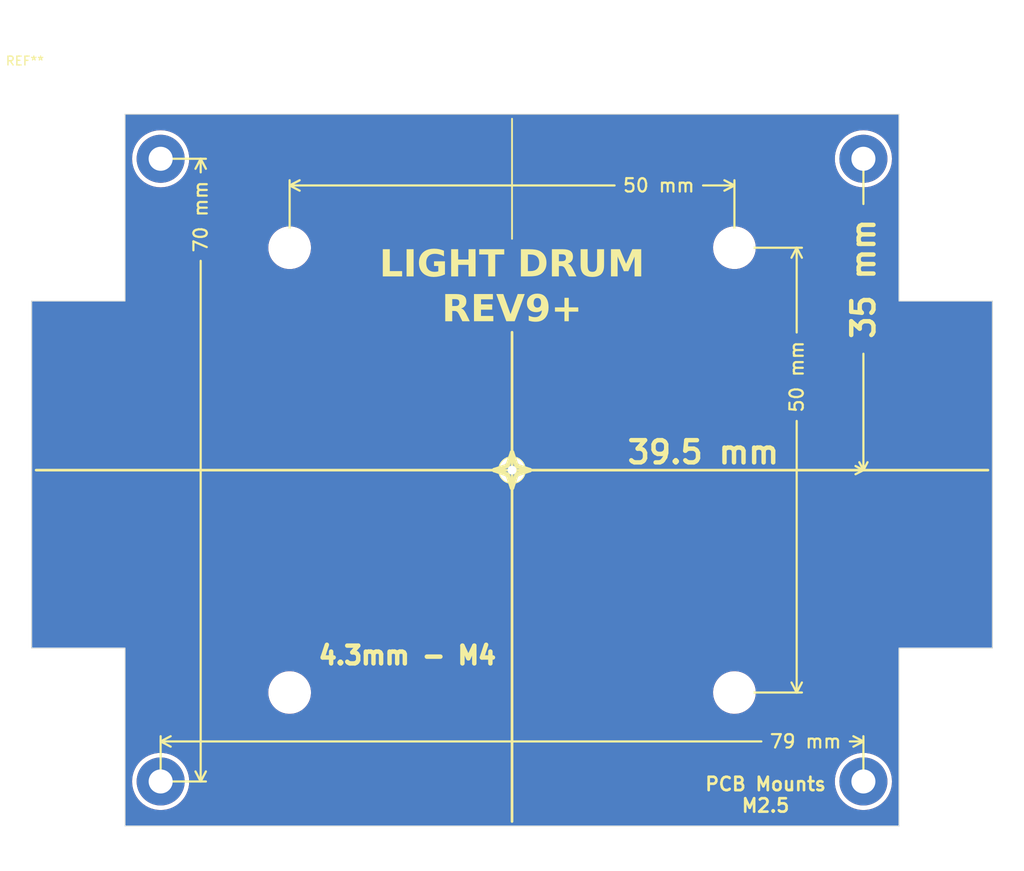
<source format=kicad_pcb>
(kicad_pcb (version 20221018) (generator pcbnew)
  (layers (0 "F.Cu" signal) (31 "B.Cu" signal) (34 "B.Paste" user) (35 "F.Paste" user) (36 "B.SilkS" user "B.Silkscreen") (37 "F.SilkS" user "F.Silkscreen") (38 "B.Mask" user) (39 "F.Mask" user) (44 "Edge.Cuts" user))
  (net 0 "")
  (footprint "TestPoint:TestPoint_Loop_D1.80mm_Drill1.0mm_Beaded" (layer "F.Cu") (at 70 60)
    (fp_text reference "REF**" hide)
    (fp_text value "TestPoint_Loop_D1.80mm_Drill1.0mm_Beaded" hide)
    (fp_circle (center 0 0) (end 1.5 0) (stroke (width 0.12)) (fill none) (layer "F.SilkS"))
    (pad "1" thru_hole circle (at 0 0) (size 2 2) (drill 1) (layers "*.Cu" "*.Mask"))
  )
  (footprint "MountingHole:MountingHole_4.3mm_M4" (layer "F.Cu") (at 95 85)
    (fp_text reference "REF**" hide)
    (fp_text value "MountingHole_4.3mm_M4" hide)
    (pad "" np_thru_hole circle (at 0 0) (size 4.3 4.3) (drill 4.3) (layers "*.Cu" "*.Mask"))
  )
  (footprint "MountingHole:MountingHole_2.7mm_M2.5_Pad" (layer "F.Cu") (at 30.5 25)
    (fp_text reference "REF**" hide)
    (fp_text value "MountingHole_2.7mm_M2.5_Pad")
    (pad "1" thru_hole circle (at 0 0) (size 5.4 5.4) (drill 2.7) (layers "*.Cu" "*.Mask"))
  )
  (footprint "MountingHole:MountingHole_2.7mm_M2.5_Pad" (layer "F.Cu") (at 109.5 25)
    (fp_text reference "REF**" hide)
    (fp_text value "MountingHole_2.7mm_M2.5_Pad")
    (pad "1" thru_hole circle (at 0 0) (size 5.4 5.4) (drill 2.7) (layers "*.Cu" "*.Mask"))
  )
  (footprint "MountingHole:MountingHole_2.7mm_M2.5_Pad" (layer "F.Cu") (at 30.5 95)
    (fp_text reference "REF**" hide)
    (fp_text value "MountingHole_2.7mm_M2.5_Pad")
    (pad "1" thru_hole circle (at 0 0) (size 5.4 5.4) (drill 2.7) (layers "*.Cu" "*.Mask"))
  )
  (footprint "MountingHole:MountingHole_4.3mm_M4" (layer "F.Cu") (at 45 35)
    (fp_text reference "REF**" hide)
    (fp_text value "MountingHole_4.3mm_M4" hide)
    (pad "" np_thru_hole circle (at 0 0) (size 4.3 4.3) (drill 4.3) (layers "*.Cu" "*.Mask"))
  )
  (footprint "MountingHole:MountingHole_4.3mm_M4" (layer "F.Cu") (at 45 85)
    (fp_text reference "REF**" hide)
    (fp_text value "MountingHole_4.3mm_M4" hide)
    (pad "" np_thru_hole circle (at 0 0) (size 4.3 4.3) (drill 4.3) (layers "*.Cu" "*.Mask"))
  )
  (footprint "MountingHole:MountingHole_4.3mm_M4" (layer "F.Cu") (at 95 35)
    (fp_text reference "REF**" hide)
    (fp_text value "MountingHole_4.3mm_M4" hide)
    (pad "" np_thru_hole circle (at 0 0) (size 4.3 4.3) (drill 4.3) (layers "*.Cu" "*.Mask"))
  )
  (footprint "MountingHole:MountingHole_2.7mm_M2.5_Pad" (layer "F.Cu") (at 109.5 95)
    (fp_text reference "REF**" hide)
    (fp_text value "MountingHole_2.7mm_M2.5_Pad")
    (pad "1" thru_hole circle (at 0 0) (size 5.4 5.4) (drill 2.7) (layers "*.Cu" "*.Mask"))
  )
  (footprint "Daxxn_Enclosures:LeMotech_Black_ENC-115x90" (layer "F.Cu") (at 70 60)
    (fp_text reference "REF**" (at -57 -46 unlocked) (layer "F.SilkS") (effects (justify left)))
    (fp_text value "LeMotech_Black_ENC-115x90")
  )
  (gr_line (start 70 62) (end 69.5 60.5) (stroke (width 0.5)) (layer "F.SilkS"))
  (gr_line (start 72 60) (end 70.5 60.5) (stroke (width 0.5)) (layer "F.SilkS"))
  (gr_line (start 70 58) (end 70.5 59.5) (stroke (width 0.5)) (layer "F.SilkS"))
  (gr_line (start 70.5 60.5) (end 70 62) (stroke (width 0.5)) (layer "F.SilkS"))
  (gr_line (start 70.5 59.5) (end 72 60) (stroke (width 0.5)) (layer "F.SilkS"))
  (gr_line (start 69.5 60.5) (end 68 60) (stroke (width 0.5)) (layer "F.SilkS"))
  (gr_line (start 123.5 60) (end 16.5 60) (stroke (width 0.3)) (layer "F.SilkS"))
  (gr_line (start 70 34) (end 70 20.5) (stroke (width 0.2)) (layer "F.SilkS"))
  (gr_line (start 70 99.5) (end 70 44.5) (stroke (width 0.3)) (layer "F.SilkS"))
  (gr_line (start 69.5 59.5) (end 70 58) (stroke (width 0.5)) (layer "F.SilkS"))
  (gr_line (start 68 60) (end 69.5 59.5) (stroke (width 0.5)) (layer "F.SilkS"))
  (gr_line (start 16 80) (end 16 41) (stroke (width 0.1)) (layer "Edge.Cuts"))
  (gr_line (start 124 80) (end 113.5 80) (stroke (width 0.1)) (layer "Edge.Cuts"))
  (gr_line (start 16 41) (end 26.5 41) (stroke (width 0.1)) (layer "Edge.Cuts"))
  (gr_line (start 26.5 80) (end 16 80) (stroke (width 0.1)) (layer "Edge.Cuts"))
  (gr_line (start 26.5 100) (end 26.5 80) (stroke (width 0.1)) (layer "Edge.Cuts"))
  (gr_line (start 124 41) (end 124 80) (stroke (width 0.1)) (layer "Edge.Cuts"))
  (gr_line (start 26.5 20) (end 113.5 20) (stroke (width 0.1)) (layer "Edge.Cuts"))
  (gr_line (start 113.5 20) (end 113.5 41) (stroke (width 0.1)) (layer "Edge.Cuts"))
  (gr_line (start 113.5 100) (end 26.5 100) (stroke (width 0.1)) (layer "Edge.Cuts"))
  (gr_line (start 113.5 80) (end 113.5 100) (stroke (width 0.1)) (layer "Edge.Cuts"))
  (gr_line (start 26.5 41) (end 26.5 20) (stroke (width 0.1)) (layer "Edge.Cuts"))
  (gr_line (start 113.5 41) (end 124 41) (stroke (width 0.1)) (layer "Edge.Cuts"))
  (gr_text "LIGHT DRUM\nREV9+" (at 70 39.5) (layer "F.Cu") (effects (font (size 3 3) (thickness 0.3) bold)))
  (gr_text "Center" (at 70 54.5) (layer "F.Cu" knockout) (effects (font (size 3 3) (thickness 0.75))))
  (gr_text "Point" (at 70 65.5) (layer "F.Cu" knockout) (effects (font (size 3 3) (thickness 0.75))))
  (gr_text "4.3mm - M4" (at 48 82) (layer "F.SilkS") (effects (font (size 2 2) (thickness 0.5)) (justify left bottom)))
  (gr_text "LIGHT DRUM\nREV9+" (at 70 39.5) (layer "F.SilkS") (effects (font (size 3 3) (thickness 0.3) bold)))
  (gr_text "PCB Mounts\nM2.5" (at 98.5 96.5) (layer "F.SilkS") (effects (font (size 1.5 1.5) (thickness 0.3))))
  (dimension (type aligned) (layer "F.SilkS") (pts (xy 109.5 95) (xy 30.5 95)) (height 4.5) (gr_text "79 mm" (at 103 90.5) (layer "F.SilkS") (effects (font (size 1.5 1.5) (thickness 0.25)))) (format (prefix "") (suffix "") (units 3) (units_format 1) (precision 5) suppress_zeroes) (style (thickness 0.25) (arrow_length 1.27) (text_position_mode 2) (extension_height 0.58642) (extension_offset 0.5) keep_text_aligned))
  (dimension (type aligned) (layer "F.SilkS") (pts (xy 30.5 25) (xy 30.5 95)) (height -4.5) (gr_text "70 mm" (at 35 31.5 90) (layer "F.SilkS") (effects (font (size 1.5 1.5) (thickness 0.25)))) (format (prefix "") (suffix "") (units 3) (units_format 1) (precision 1) suppress_zeroes) (style (thickness 0.25) (arrow_length 1.27) (text_position_mode 2) (extension_height 0.58642) (extension_offset 0.5) keep_text_aligned))
  (dimension (type aligned) (layer "F.SilkS") (pts (xy 70 60) (xy 109.5 60)) (height 0) (gr_text "39.5 mm" (at 91.5 58) (layer "F.SilkS") (effects (font (size 2.5 2.5) (thickness 0.5)))) (format (prefix "") (suffix "") (units 3) (units_format 1) (precision 4) suppress_zeroes) (style (thickness 0.25) (arrow_length 1) (text_position_mode 2) (extension_height 0.58642) (extension_offset 0) keep_text_aligned))
  (dimension (type aligned) (layer "F.SilkS") (pts (xy 95 35) (xy 95 85)) (height -7) (gr_text "50 mm" (at 102 49.5 90) (layer "F.SilkS") (effects (font (size 1.5 1.5) (thickness 0.25)))) (format (prefix "") (suffix "") (units 3) (units_format 1) (precision 4) suppress_zeroes) (style (thickness 0.25) (arrow_length 1.27) (text_position_mode 2) (extension_height 0.58642) (extension_offset 0.5) keep_text_aligned))
  (dimension (type aligned) (layer "F.SilkS") (pts (xy 45 35) (xy 95 35)) (height -7) (gr_text "50 mm" (at 86.5 28) (layer "F.SilkS") (effects (font (size 1.5 1.5) (thickness 0.25)))) (format (prefix "") (suffix "") (units 3) (units_format 1) (precision 5) suppress_zeroes) (style (thickness 0.25) (arrow_length 1.27) (text_position_mode 2) (extension_height 0.58642) (extension_offset 0.5) keep_text_aligned))
  (dimension (type aligned) (layer "F.SilkS") (pts (xy 109.5 60) (xy 109.5 25)) (height 0) (gr_text "35 mm" (at 109.5 38.5 90) (layer "F.SilkS") (effects (font (size 2.5 2.5) (thickness 0.5)))) (format (prefix "") (suffix "") (units 3) (units_format 1) (precision 4) suppress_zeroes) (style (thickness 0.25) (arrow_length 1) (text_position_mode 2) (extension_height 0.58642) (extension_offset 0) keep_text_aligned))
  (zone (net 0) (net_name "") (layers "F&B.Cu") (connect_pads yes (clearance 0.508)) (min_thickness 0.25) (fill yes (thermal_gap 0.5) (thermal_bridge_width 0.5) (island_removal_mode 1) (island_area_min 10))
    (polygon (pts (xy 13 15.5) (xy 127 15.5) (xy 127 104.5) (xy 13 104.5)))
  )
)
</source>
